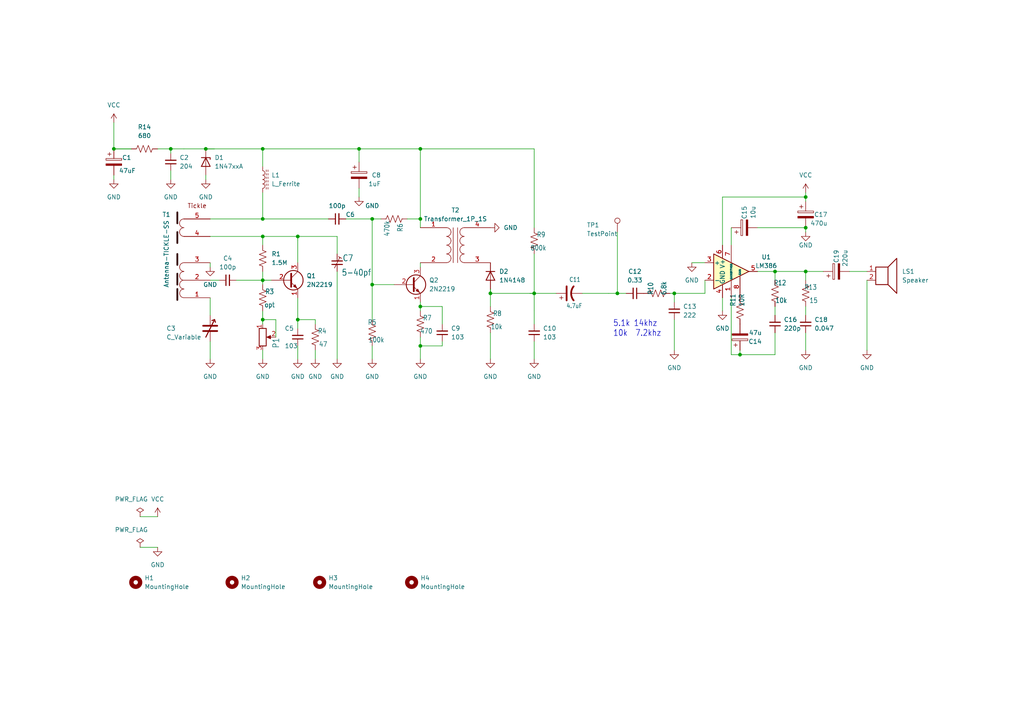
<source format=kicad_sch>
(kicad_sch (version 20230121) (generator eeschema)
  (paper "A4")
  (lib_symbols
    (symbol "Amplifier_Audio:LM386" (pin_names (offset 0.127))
      (property "Reference" "U" (at 1.27 7.62 0))
      (property "Value" "LM386" (at 1.27 5.08 0))
      (symbol "LM386_0_1"
        (polyline (pts (xy 5.08 0) (xy -5.08 5.08) (xy -5.08 -5.08) (xy 5.08 0)) (stroke (width 0.254)) (fill (type background)))
      )
      (symbol "LM386_1_1"
        (pin input line (at 0 -7.62 90) (length 5.08) (name "GAIN") (number "1"))
        (pin input line (at -7.62 -2.54 0) (length 2.54) (name "-") (number "2"))
        (pin input line (at -7.62 2.54 0) (length 2.54) (name "+") (number "3"))
        (pin power_in line (at -2.54 -7.62 90) (length 3.81) (name "GND") (number "4"))
        (pin output line (at 7.62 0 180) (length 2.54) (name "~") (number "5"))
        (pin power_in line (at -2.54 7.62 270) (length 3.81) (name "V+") (number "6"))
        (pin input line (at 0 7.62 270) (length 5.08) (name "BYPASS") (number "7"))
        (pin input line (at 2.54 -7.62 90) (length 6.35) (name "GAIN") (number "8"))
      )
    )
    (symbol "Connector:TestPoint" (pin_numbers hide) (pin_names (offset 0.762) hide)
      (property "Reference" "TP" (at 0 6.858 0))
      (property "Value" "TestPoint" (at 0 5.08 0))
      (symbol "TestPoint_0_1"
        (circle (center 0 3.302) (radius 0.762))
      )
      (symbol "TestPoint_1_1"
        (pin passive line (at 0 0 90) (length 2.54) (name "1") (number "1"))
      )
    )
    (symbol "Device:C_Polarized" (pin_numbers hide) (pin_names (offset 0.254))
      (property "Reference" "C" (at 0.635 2.54 0))
      (property "Value" "C_Polarized" (at 0.635 -2.54 0))
      (symbol "C_Polarized_0_1"
        (rectangle (start -2.286 0.508) (end 2.286 1.016))
        (polyline (pts (xy -1.778 2.286) (xy -0.762 2.286)))
        (polyline (pts (xy -1.27 2.794) (xy -1.27 1.778)))
        (rectangle (start 2.286 -0.508) (end -2.286 -1.016) (fill (type outline)))
      )
      (symbol "C_Polarized_1_1"
        (pin passive line (at 0 3.81 270) (length 2.794) (name "~") (number "1"))
        (pin passive line (at 0 -3.81 90) (length 2.794) (name "~") (number "2"))
      )
    )
    (symbol "Device:C_Polarized_US" (pin_numbers hide) (pin_names (offset 0.254) hide)
      (property "Reference" "C" (at 0.635 2.54 0))
      (property "Value" "C_Polarized_US" (at 0.635 -2.54 0))
      (symbol "C_Polarized_US_0_1"
        (polyline (pts (xy -2.032 0.762) (xy 2.032 0.762)) (stroke (width 0.508)))
        (polyline (pts (xy -1.778 2.286) (xy -0.762 2.286)))
        (polyline (pts (xy -1.27 1.778) (xy -1.27 2.794)))
        (arc (start 2.032 -1.27) (mid 0 -0.5572) (end -2.032 -1.27) (stroke (width 0.508)))
      )
      (symbol "C_Polarized_US_1_1"
        (pin passive line (at 0 3.81 270) (length 2.794) (name "~") (number "1"))
        (pin passive line (at 0 -3.81 90) (length 3.302) (name "~") (number "2"))
      )
    )
    (symbol "Device:C_Small" (pin_numbers hide) (pin_names (offset 0.254) hide)
      (property "Reference" "C" (at 0.254 1.778 0))
      (property "Value" "C_Small" (at 0.254 -2.032 0))
      (symbol "C_Small_0_1"
        (polyline (pts (xy -1.524 -0.508) (xy 1.524 -0.508)) (stroke (width 0.3302)))
        (polyline (pts (xy -1.524 0.508) (xy 1.524 0.508)) (stroke (width 0.3048)))
      )
      (symbol "C_Small_1_1"
        (pin passive line (at 0 2.54 270) (length 2.032) (name "~") (number "1"))
        (pin passive line (at 0 -2.54 90) (length 2.032) (name "~") (number "2"))
      )
    )
    (symbol "Device:C_Trim_Small" (pin_numbers hide) (pin_names (offset 0.254) hide)
      (property "Reference" "C" (at 1.524 -2.032 0))
      (property "Value" "C_Trim_Small" (at 3.048 -3.556 0))
      (symbol "C_Trim_Small_0_1"
        (polyline (pts (xy -1.524 -0.508) (xy 1.524 -0.508)) (stroke (width 0.3048)))
        (polyline (pts (xy -1.524 0.508) (xy 1.524 0.508)) (stroke (width 0.3048)))
        (polyline (pts (xy 0.762 1.524) (xy -0.762 -1.524)) (stroke (width 0.1778)))
        (polyline (pts (xy 1.27 1.27) (xy 0.381 1.778)) (stroke (width 0.1778)))
      )
      (symbol "C_Trim_Small_1_1"
        (pin passive line (at 0 2.54 270) (length 2.032) (name "~") (number "1"))
        (pin passive line (at 0 -2.54 90) (length 2.032) (name "~") (number "2"))
      )
    )
    (symbol "Device:C_Variable" (pin_numbers hide) (pin_names (offset 0.254) hide)
      (property "Reference" "C" (at 0.635 -1.905 0))
      (property "Value" "C_Variable" (at 0.635 -3.81 0))
      (symbol "C_Variable_0_1"
        (polyline (pts (xy -2.032 -0.762) (xy 2.032 -0.762)) (stroke (width 0.508)))
        (polyline (pts (xy -2.032 0.762) (xy 2.032 0.762)) (stroke (width 0.508)))
        (polyline (pts (xy 1.27 2.54) (xy -1.27 -2.54)) (stroke (width 0.3048)))
        (polyline (pts (xy 1.27 2.54) (xy 0.508 2.286)) (stroke (width 0.3048)))
        (polyline (pts (xy 1.27 2.54) (xy 1.524 1.778)) (stroke (width 0.3048)))
      )
      (symbol "C_Variable_1_1"
        (pin passive line (at 0 3.81 270) (length 3.048) (name "~") (number "1"))
        (pin passive line (at 0 -3.81 90) (length 3.048) (name "~") (number "2"))
      )
    )
    (symbol "Device:L_Ferrite" (pin_numbers hide) (pin_names (offset 1.016) hide)
      (property "Reference" "L" (at -1.27 0 90))
      (property "Value" "L_Ferrite" (at 2.794 0 90))
      (symbol "L_Ferrite_0_1"
        (arc (start 0 -2.54) (mid 0.6323 -1.905) (end 0 -1.27))
        (arc (start 0 -1.27) (mid 0.6323 -0.635) (end 0 0))
        (polyline (pts (xy 1.016 -2.794) (xy 1.016 -2.286)))
        (polyline (pts (xy 1.016 -1.778) (xy 1.016 -1.27)))
        (polyline (pts (xy 1.016 -0.762) (xy 1.016 -0.254)))
        (polyline (pts (xy 1.016 0.254) (xy 1.016 0.762)))
        (polyline (pts (xy 1.016 1.27) (xy 1.016 1.778)))
        (polyline (pts (xy 1.016 2.286) (xy 1.016 2.794)))
        (polyline (pts (xy 1.524 -2.286) (xy 1.524 -2.794)))
        (polyline (pts (xy 1.524 -1.27) (xy 1.524 -1.778)))
        (polyline (pts (xy 1.524 -0.254) (xy 1.524 -0.762)))
        (polyline (pts (xy 1.524 0.762) (xy 1.524 0.254)))
        (polyline (pts (xy 1.524 1.778) (xy 1.524 1.27)))
        (polyline (pts (xy 1.524 2.794) (xy 1.524 2.286)))
        (arc (start 0 0) (mid 0.6323 0.635) (end 0 1.27))
        (arc (start 0 1.27) (mid 0.6323 1.905) (end 0 2.54))
      )
      (symbol "L_Ferrite_1_1"
        (pin passive line (at 0 3.81 270) (length 1.27) (name "1") (number "1"))
        (pin passive line (at 0 -3.81 90) (length 1.27) (name "2") (number "2"))
      )
    )
    (symbol "Device:R_Potentiometer" (pin_names (offset 1.016) hide)
      (property "Reference" "RV" (at -4.445 0 90))
      (property "Value" "R_Potentiometer" (at -2.54 0 90))
      (symbol "R_Potentiometer_0_1"
        (polyline (pts (xy 2.54 0) (xy 1.524 0)))
        (polyline (pts (xy 1.143 0) (xy 2.286 0.508) (xy 2.286 -0.508) (xy 1.143 0)) (fill (type outline)))
        (rectangle (start 1.016 2.54) (end -1.016 -2.54) (stroke (width 0.254)))
      )
      (symbol "R_Potentiometer_1_1"
        (pin passive line (at 0 3.81 270) (length 1.27) (name "1") (number "1"))
        (pin passive line (at 3.81 0 180) (length 1.27) (name "2") (number "2"))
        (pin passive line (at 0 -3.81 90) (length 1.27) (name "3") (number "3"))
      )
    )
    (symbol "Device:R_US" (pin_numbers hide) (pin_names (offset 0))
      (property "Reference" "R" (at 2.54 0 90))
      (property "Value" "R_US" (at -2.54 0 90))
      (symbol "R_US_0_1"
        (polyline (pts (xy 0 -2.286) (xy 0 -2.54)))
        (polyline (pts (xy 0 2.286) (xy 0 2.54)))
        (polyline (pts (xy 0 -0.762) (xy 1.016 -1.143) (xy 0 -1.524) (xy -1.016 -1.905) (xy 0 -2.286)))
        (polyline (pts (xy 0 0.762) (xy 1.016 0.381) (xy 0 0) (xy -1.016 -0.381) (xy 0 -0.762)))
        (polyline (pts (xy 0 2.286) (xy 1.016 1.905) (xy 0 1.524) (xy -1.016 1.143) (xy 0 0.762)))
      )
      (symbol "R_US_1_1"
        (pin passive line (at 0 3.81 270) (length 1.27) (name "~") (number "1"))
        (pin passive line (at 0 -3.81 90) (length 1.27) (name "~") (number "2"))
      )
    )
    (symbol "Device:Speaker" (pin_names (offset 0) hide)
      (property "Reference" "LS" (at 1.27 5.715 0))
      (property "Value" "Speaker" (at 1.27 3.81 0))
      (symbol "Speaker_0_0"
        (rectangle (start -2.54 1.27) (end 1.016 -3.81) (stroke (width 0.254)))
        (polyline (pts (xy 1.016 1.27) (xy 3.556 3.81) (xy 3.556 -6.35) (xy 1.016 -3.81)) (stroke (width 0.254)))
      )
      (symbol "Speaker_1_1"
        (pin input line (at -5.08 0 0) (length 2.54) (name "1") (number "1"))
        (pin input line (at -5.08 -2.54 0) (length 2.54) (name "2") (number "2"))
      )
    )
    (symbol "Device:Transformer_1P_1S" (pin_names (offset 1.016) hide)
      (property "Reference" "T" (at 0 6.35 0))
      (property "Value" "Transformer_1P_1S" (at 0 -7.62 0))
      (symbol "Transformer_1P_1S_0_1"
        (arc (start -2.54 -5.0546) (mid -1.6599 -4.6901) (end -1.27 -3.81))
        (arc (start -2.54 -2.5146) (mid -1.6599 -2.1501) (end -1.27 -1.27))
        (arc (start -2.54 0.0254) (mid -1.6599 0.3899) (end -1.27 1.27))
        (arc (start -2.54 2.5654) (mid -1.6599 2.9299) (end -1.27 3.81))
        (arc (start -1.27 -3.81) (mid -1.642 -2.912) (end -2.54 -2.54))
        (arc (start -1.27 -1.27) (mid -1.642 -0.372) (end -2.54 0))
        (arc (start -1.27 1.27) (mid -1.642 2.168) (end -2.54 2.54))
        (arc (start -1.27 3.81) (mid -1.642 4.708) (end -2.54 5.08))
        (polyline (pts (xy -0.635 5.08) (xy -0.635 -5.08)))
        (polyline (pts (xy 0.635 -5.08) (xy 0.635 5.08)))
        (arc (start 1.2954 -1.27) (mid 1.6599 -2.1501) (end 2.54 -2.5146))
        (arc (start 1.2954 1.27) (mid 1.6599 0.3899) (end 2.54 0.0254))
        (arc (start 1.2954 3.81) (mid 1.6599 2.9299) (end 2.54 2.5654))
        (arc (start 1.3208 -3.81) (mid 1.6853 -4.6901) (end 2.5654 -5.0546))
        (arc (start 2.54 0) (mid 1.642 -0.372) (end 1.2954 -1.27))
        (arc (start 2.54 2.54) (mid 1.642 2.168) (end 1.2954 1.27))
        (arc (start 2.54 5.08) (mid 1.642 4.708) (end 1.2954 3.81))
        (arc (start 2.5654 -2.54) (mid 1.6674 -2.912) (end 1.3208 -3.81))
      )
      (symbol "Transformer_1P_1S_1_1"
        (pin passive line (at -10.16 5.08 0) (length 7.62) (name "AA") (number "1"))
        (pin passive line (at -10.16 -5.08 0) (length 7.62) (name "AB") (number "2"))
        (pin passive line (at 10.16 -5.08 180) (length 7.62) (name "SA") (number "3"))
        (pin passive line (at 10.16 5.08 180) (length 7.62) (name "SB") (number "4"))
      )
    )
    (symbol "Diode:1N4148" (pin_numbers hide) (pin_names hide)
      (property "Reference" "D" (at 0 2.54 0))
      (property "Value" "1N4148" (at 0 -2.54 0))
      (symbol "1N4148_0_1"
        (polyline (pts (xy -1.27 1.27) (xy -1.27 -1.27)) (stroke (width 0.254)))
        (polyline (pts (xy 1.27 0) (xy -1.27 0)))
        (polyline (pts (xy 1.27 1.27) (xy 1.27 -1.27) (xy -1.27 0) (xy 1.27 1.27)) (stroke (width 0.254)))
      )
      (symbol "1N4148_1_1"
        (pin passive line (at -3.81 0 0) (length 2.54) (name "K") (number "1"))
        (pin passive line (at 3.81 0 180) (length 2.54) (name "A") (number "2"))
      )
    )
    (symbol "Diode:1N47xxA" (pin_numbers hide) (pin_names hide)
      (property "Reference" "D" (at 0 2.54 0))
      (property "Value" "1N47xxA" (at 0 -2.54 0))
      (symbol "1N47xxA_0_1"
        (polyline (pts (xy 1.27 0) (xy -1.27 0)))
        (polyline (pts (xy -1.27 -1.27) (xy -1.27 1.27) (xy -0.762 1.27)) (stroke (width 0.254)))
        (polyline (pts (xy 1.27 -1.27) (xy 1.27 1.27) (xy -1.27 0) (xy 1.27 -1.27)) (stroke (width 0.254)))
      )
      (symbol "1N47xxA_1_1"
        (pin passive line (at -3.81 0 0) (length 2.54) (name "K") (number "1"))
        (pin passive line (at 3.81 0 180) (length 2.54) (name "A") (number "2"))
      )
    )
    (symbol "Mechanical:MountingHole" (pin_names (offset 1.016))
      (property "Reference" "H" (at 0 5.08 0))
      (property "Value" "MountingHole" (at 0 3.175 0))
      (symbol "MountingHole_0_1"
        (circle (center 0 0) (radius 1.27) (stroke (width 1.27)))
      )
    )
    (symbol "Transistor_BJT:2N2219" (pin_names (offset 0) hide)
      (property "Reference" "Q" (at 5.08 1.905 0))
      (property "Value" "2N2219" (at 5.08 0 0))
      (symbol "2N2219_0_1"
        (polyline (pts (xy 0.635 0.635) (xy 2.54 2.54)))
        (polyline (pts (xy 0.635 -0.635) (xy 2.54 -2.54) (xy 2.54 -2.54)))
        (polyline (pts (xy 0.635 1.905) (xy 0.635 -1.905) (xy 0.635 -1.905)) (stroke (width 0.508)))
        (polyline (pts (xy 1.27 -1.778) (xy 1.778 -1.27) (xy 2.286 -2.286) (xy 1.27 -1.778) (xy 1.27 -1.778)) (fill (type outline)))
        (circle (center 1.27 0) (radius 2.8194) (stroke (width 0.254)))
      )
      (symbol "2N2219_1_1"
        (pin passive line (at 2.54 -5.08 90) (length 2.54) (name "E") (number "1"))
        (pin passive line (at -5.08 0 0) (length 5.715) (name "B") (number "2"))
        (pin passive line (at 2.54 5.08 270) (length 2.54) (name "C") (number "3"))
      )
    )
    (symbol "power:GND" (power) (pin_names (offset 0))
      (property "Value" "GND" (at 0 -3.81 0))
      (symbol "GND_0_1"
        (polyline (pts (xy 0 0) (xy 0 -1.27) (xy 1.27 -1.27) (xy 0 -2.54) (xy -1.27 -1.27) (xy 0 -1.27)))
      )
      (symbol "GND_1_1"
        (pin power_in line (at 0 0 270) (length 0) hide (name "GND") (number "1"))
      )
    )
    (symbol "power:PWR_FLAG" (power) (pin_numbers hide) (pin_names (offset 0) hide)
      (property "Value" "PWR_FLAG" (at 0 3.81 0))
      (symbol "PWR_FLAG_0_0"
        (pin power_out line (at 0 0 90) (length 0) (name "pwr") (number "1"))
      )
      (symbol "PWR_FLAG_0_1"
        (polyline (pts (xy 0 0) (xy 0 1.27) (xy -1.016 1.905) (xy 0 2.54) (xy 1.016 1.905) (xy 0 1.27)))
      )
    )
    (symbol "power:VCC" (power) (pin_names (offset 0))
      (property "Value" "VCC" (at 0 3.81 0))
      (symbol "VCC_0_1"
        (polyline (pts (xy -0.762 1.27) (xy 0 2.54)))
        (polyline (pts (xy 0 0) (xy 0 2.54)))
        (polyline (pts (xy 0 2.54) (xy 0.762 1.27)))
      )
      (symbol "VCC_1_1"
        (pin power_in line (at 0 0 90) (length 0) hide (name "VCC") (number "1"))
      )
    )
    (symbol "radio:MW_Antenna" (pin_names hide)
      (property "Reference" "ANT" (at 7.62 5.08 0))
      (symbol "MW_Antenna_0_1"
        (arc (start 2.54 -5.08) (mid 2.9222 -5.9678) (end 3.81 -6.35))
        (arc (start 2.54 -2.54) (mid 2.9127 -3.4373) (end 3.81 -3.81))
        (arc (start 2.5654 -20.32) (mid 2.925 -21.2124) (end 3.81 -21.59))
        (arc (start 2.5654 -17.78) (mid 2.9249 -18.6726) (end 3.81 -19.05))
        (arc (start 2.5654 -15.24) (mid 2.9299 -16.1201) (end 3.81 -16.4846))
        (arc (start 2.5908 -22.86) (mid 2.9378 -23.7471) (end 3.81 -24.13))
        (arc (start 3.81 -21.59) (mid 2.9313 -21.9666) (end 2.5908 -22.86))
        (arc (start 3.81 -19.05) (mid 2.9158 -19.4185) (end 2.5654 -20.32))
        (arc (start 3.81 -16.51) (mid 2.9158 -16.8785) (end 2.5654 -17.78))
        (arc (start 3.81 -13.97) (mid 2.9158 -14.3385) (end 2.5654 -15.24))
        (arc (start 3.81 -3.81) (mid 2.912 -4.182) (end 2.54 -5.08))
        (arc (start 3.81 -1.27) (mid 2.9045 -1.6345) (end 2.54 -2.54))
      )
      (symbol "MW_Antenna_1_1"
        (polyline (pts (xy 1.905 -24.765) (xy 1.905 -21.59)) (stroke (width 0.508) (color 36 0 0 1)))
        (polyline (pts (xy 1.905 -20.32) (xy 1.905 -17.145)) (stroke (width 0.508) (color 36 0 0 1)))
        (polyline (pts (xy 1.905 -14.605) (xy 1.905 -11.43)) (stroke (width 0.508) (color 36 0 0 1)))
        (polyline (pts (xy 1.905 -8.255) (xy 1.905 -5.08)) (stroke (width 0.508) (color 36 0 0 1)))
        (polyline (pts (xy 1.905 -2.54) (xy 1.905 0.635)) (stroke (width 0.508) (color 36 0 0 1)))
        (text "Tickle" (at 7.62 2.54 0) (effects (font (size 1.27 1.27))))
        (pin passive line (at 11.43 -24.13 180) (length 7.62) (name "SA") (number "1"))
        (pin passive line (at 11.43 -19.05 180) (length 7.62) (name "SC") (number "2"))
        (pin passive line (at 11.43 -13.97 180) (length 7.62) (name "SB") (number "3"))
        (pin passive line (at 11.43 -6.35 180) (length 7.62) (name "Tick2") (number "4"))
        (pin passive line (at 11.43 -1.27 180) (length 7.62) (name "Tick1") (number "5"))
      )
    )
  )
  (junction (at 154.94 85.09))
  (junction (at 233.68 66.04))
  (junction (at 33.02 43.18))
  (junction (at 107.95 63.5))
  (junction (at 233.68 78.74))
  (junction (at 179.07 85.09))
  (junction (at 76.2 81.28))
  (junction (at 86.36 92.71))
  (junction (at 121.92 63.5))
  (junction (at 195.58 85.09))
  (junction (at 121.92 100.33))
  (junction (at 107.95 82.55))
  (junction (at 76.2 92.71))
  (junction (at 86.36 68.58))
  (junction (at 142.24 85.09))
  (junction (at 49.53 43.18))
  (junction (at 59.69 43.18))
  (junction (at 224.79 78.74))
  (junction (at 76.2 43.18))
  (junction (at 76.2 68.58))
  (junction (at 121.92 88.9))
  (junction (at 104.14 43.18))
  (junction (at 121.92 43.18))
  (junction (at 214.63 102.87))
  (junction (at 76.2 63.5))
  (junction (at 233.68 57.15))
  (wire (pts (xy 154.94 85.09) (xy 153.67 85.09)))
  (wire (pts (xy 76.2 81.28) (xy 76.2 82.55)))
  (wire (pts (xy 80.01 92.71) (xy 80.01 97.79)) (stroke (width 0.1524)))
  (wire (pts (xy 154.94 90.17) (xy 154.94 85.09)) (stroke (width 0.1524)))
  (wire (pts (xy 121.92 97.79) (xy 121.92 100.33)) (stroke (width 0.1524)))
  (wire (pts (xy 128.27 93.98) (xy 128.27 88.9)) (stroke (width 0.1524)))
  (wire (pts (xy 76.2 68.58) (xy 86.36 68.58)) (stroke (width 0.1524)))
  (wire (pts (xy 154.94 93.98) (xy 154.94 90.17)))
  (wire (pts (xy 91.44 93.98) (xy 91.44 92.71)))
  (wire (pts (xy 76.2 90.17) (xy 76.2 92.71)))
  (wire (pts (xy 233.68 66.04) (xy 233.68 67.31)))
  (wire (pts (xy 45.72 43.18) (xy 49.53 43.18)))
  (wire (pts (xy 86.36 100.33) (xy 86.36 104.14)))
  (wire (pts (xy 76.2 63.5) (xy 95.25 63.5)) (stroke (width 0.1524)))
  (wire (pts (xy 214.63 101.6) (xy 214.63 102.87)))
  (wire (pts (xy 107.95 100.33) (xy 107.95 104.14)))
  (wire (pts (xy 195.58 92.71) (xy 195.58 101.6)))
  (wire (pts (xy 45.72 158.75) (xy 40.64 158.75)) (stroke (width 0.1524)))
  (wire (pts (xy 204.47 81.28) (xy 204.47 85.09)))
  (wire (pts (xy 80.01 92.71) (xy 76.2 92.71)) (stroke (width 0.1524)))
  (wire (pts (xy 194.31 85.09) (xy 195.58 85.09)))
  (wire (pts (xy 60.96 81.28) (xy 63.5 81.28)))
  (wire (pts (xy 121.92 76.2) (xy 121.92 77.47)) (stroke (width 0.1524)))
  (wire (pts (xy 209.55 86.36) (xy 209.55 90.17)))
  (wire (pts (xy 176.53 85.09) (xy 179.07 85.09)) (stroke (width 0.1524)))
  (wire (pts (xy 251.46 78.74) (xy 246.38 78.74)))
  (wire (pts (xy 251.46 101.6) (xy 251.46 81.28)))
  (wire (pts (xy 224.79 96.52) (xy 224.79 102.87)))
  (wire (pts (xy 60.96 91.44) (xy 60.96 86.36)))
  (wire (pts (xy 76.2 55.88) (xy 76.2 63.5)))
  (wire (pts (xy 76.2 92.71) (xy 76.2 93.98)))
  (wire (pts (xy 142.24 88.9) (xy 142.24 85.09)))
  (wire (pts (xy 97.79 68.58) (xy 97.79 73.66)) (stroke (width 0.1524)))
  (wire (pts (xy 104.14 43.18) (xy 104.14 46.99)) (stroke (width 0.1524)))
  (wire (pts (xy 86.36 68.58) (xy 86.36 76.2)))
  (wire (pts (xy 121.92 63.5) (xy 121.92 66.04)) (stroke (width 0.1524)))
  (wire (pts (xy 59.69 43.18) (xy 62.23 43.18)))
  (wire (pts (xy 142.24 96.52) (xy 142.24 104.14)))
  (wire (pts (xy 60.96 99.06) (xy 60.96 104.14)))
  (wire (pts (xy 114.3 82.55) (xy 107.95 82.55)) (stroke (width 0.1524)))
  (wire (pts (xy 219.71 66.04) (xy 233.68 66.04)))
  (wire (pts (xy 142.24 85.09) (xy 142.24 83.82)) (stroke (width 0.1524)))
  (wire (pts (xy 212.09 102.87) (xy 214.63 102.87)))
  (wire (pts (xy 76.2 48.26) (xy 76.2 43.18)) (stroke (width 0.1524)))
  (wire (pts (xy 154.94 85.09) (xy 161.29 85.09)) (stroke (width 0.1524)))
  (wire (pts (xy 121.92 43.18) (xy 121.92 63.5)) (stroke (width 0.1524)))
  (wire (pts (xy 76.2 101.6) (xy 76.2 104.14)))
  (wire (pts (xy 168.91 85.09) (xy 176.53 85.09)))
  (wire (pts (xy 53.34 43.18) (xy 59.69 43.18)) (stroke (width 0.1524)))
  (wire (pts (xy 33.02 35.56) (xy 33.02 43.18)))
  (wire (pts (xy 86.36 68.58) (xy 97.79 68.58)) (stroke (width 0.1524)))
  (wire (pts (xy 118.11 63.5) (xy 121.92 63.5)) (stroke (width 0.1524)))
  (wire (pts (xy 200.66 76.2) (xy 204.47 76.2)))
  (wire (pts (xy 179.07 67.31) (xy 179.07 85.09)) (stroke (width 0.1524)))
  (wire (pts (xy 33.02 43.18) (xy 38.1 43.18)))
  (wire (pts (xy 224.79 78.74) (xy 233.68 78.74)))
  (wire (pts (xy 49.53 43.18) (xy 53.34 43.18)))
  (wire (pts (xy 76.2 92.71) (xy 76.2 90.17)) (stroke (width 0.1524)))
  (wire (pts (xy 154.94 73.66) (xy 154.94 85.09)) (stroke (width 0.1524)))
  (wire (pts (xy 33.02 50.8) (xy 33.02 52.07)))
  (wire (pts (xy 40.64 149.86) (xy 45.72 149.86)))
  (wire (pts (xy 49.53 49.53) (xy 49.53 52.07)) (stroke (width 0.1524)))
  (wire (pts (xy 212.09 86.36) (xy 212.09 102.87)))
  (wire (pts (xy 233.68 101.6) (xy 233.68 96.52)))
  (wire (pts (xy 76.2 81.28) (xy 78.74 81.28)))
  (wire (pts (xy 86.36 95.25) (xy 86.36 92.71)) (stroke (width 0.1524)))
  (wire (pts (xy 76.2 81.28) (xy 78.74 81.28)) (stroke (width 0.1524)))
  (wire (pts (xy 60.96 63.5) (xy 76.2 63.5)) (stroke (width 0.1524)))
  (wire (pts (xy 121.92 104.14) (xy 121.92 100.33)) (stroke (width 0.1524)))
  (wire (pts (xy 212.09 66.04) (xy 212.09 71.12)))
  (wire (pts (xy 91.44 101.6) (xy 91.44 104.14)))
  (wire (pts (xy 60.96 76.2) (xy 60.96 77.47)))
  (wire (pts (xy 86.36 92.71) (xy 91.44 92.71)) (stroke (width 0.1524)))
  (wire (pts (xy 154.94 43.18) (xy 154.94 66.04)) (stroke (width 0.1524)))
  (wire (pts (xy 195.58 85.09) (xy 195.58 87.63)))
  (wire (pts (xy 233.68 55.88) (xy 233.68 57.15)))
  (wire (pts (xy 214.63 102.87) (xy 224.79 102.87)))
  (wire (pts (xy 121.92 88.9) (xy 128.27 88.9)) (stroke (width 0.1524)))
  (wire (pts (xy 142.24 85.09) (xy 154.94 85.09)) (stroke (width 0.1524)))
  (wire (pts (xy 107.95 82.55) (xy 107.95 92.71)) (stroke (width 0.1524)))
  (wire (pts (xy 121.92 90.17) (xy 121.92 88.9)))
  (wire (pts (xy 233.68 91.44) (xy 233.68 88.9)))
  (wire (pts (xy 76.2 68.58) (xy 76.2 71.12)) (stroke (width 0.1524)))
  (wire (pts (xy 209.55 57.15) (xy 209.55 71.12)))
  (wire (pts (xy 128.27 99.06) (xy 128.27 100.33)))
  (wire (pts (xy 233.68 57.15) (xy 233.68 58.42)))
  (wire (pts (xy 86.36 68.58) (xy 86.36 69.85)) (stroke (width 0.1524)))
  (wire (pts (xy 128.27 100.33) (xy 121.92 100.33)) (stroke (width 0.1524)))
  (wire (pts (xy 59.69 43.18) (xy 76.2 43.18)) (stroke (width 0.1524)))
  (wire (pts (xy 142.24 85.09) (xy 142.24 83.82)))
  (wire (pts (xy 60.96 68.58) (xy 76.2 68.58)) (stroke (width 0.1524)))
  (wire (pts (xy 97.79 78.74) (xy 97.79 104.14)))
  (wire (pts (xy 107.95 63.5) (xy 107.95 82.55)) (stroke (width 0.1524)))
  (wire (pts (xy 154.94 104.14) (xy 154.94 99.06)) (stroke (width 0.1524)))
  (wire (pts (xy 100.33 63.5) (xy 107.95 63.5)))
  (wire (pts (xy 68.58 81.28) (xy 76.2 81.28)))
  (wire (pts (xy 49.53 43.18) (xy 49.53 44.45)))
  (wire (pts (xy 219.71 78.74) (xy 224.79 78.74)))
  (wire (pts (xy 104.14 43.18) (xy 121.92 43.18)) (stroke (width 0.1524)))
  (wire (pts (xy 33.02 43.18) (xy 38.1 43.18)) (stroke (width 0.1524)))
  (wire (pts (xy 76.2 78.74) (xy 76.2 81.28)) (stroke (width 0.1524)))
  (wire (pts (xy 104.14 54.61) (xy 104.14 57.15)) (stroke (width 0.1524)))
  (wire (pts (xy 233.68 78.74) (xy 238.76 78.74)))
  (wire (pts (xy 59.69 50.8) (xy 59.69 52.07)))
  (wire (pts (xy 76.2 92.71) (xy 76.2 93.98)) (stroke (width 0.1524)))
  (wire (pts (xy 121.92 87.63) (xy 121.92 88.9)))
  (wire (pts (xy 86.36 86.36) (xy 86.36 92.71)) (stroke (width 0.1524)))
  (wire (pts (xy 76.2 43.18) (xy 104.14 43.18)) (stroke (width 0.1524)))
  (wire (pts (xy 224.79 91.44) (xy 224.79 88.9)))
  (wire (pts (xy 121.92 43.18) (xy 154.94 43.18)) (stroke (width 0.1524)))
  (wire (pts (xy 224.79 81.28) (xy 224.79 78.74)))
  (wire (pts (xy 233.68 81.28) (xy 233.68 78.74)))
  (wire (pts (xy 209.55 57.15) (xy 233.68 57.15)))
  (wire (pts (xy 179.07 85.09) (xy 181.61 85.09)))
  (wire (pts (xy 107.95 63.5) (xy 110.49 63.5)) (stroke (width 0.1524)))
  (wire (pts (xy 195.58 85.09) (xy 204.47 85.09)))
  (text "5.1k 14khz\n10k  7.2khz" (at 177.8 97.79 0) (effects (font (size 1.778 1.5113)) (justify left bottom)))
  (symbol (lib_id "radio:MW_Antenna") (at 49.53 62.23 0) (unit 1)
    (property "Reference" "T1" (at 48.26 62.23 0))
    (property "Value" "Antenna-TICKLE-SS" (at 48.26 73.66 90))
    (property "Footprint" "Connector_Wire:SolderWire-0.1sqmm_1x05_P3.6mm_D0.4mm_OD1mm_Relief" (effects hide))
  )
  (symbol (lib_id "Device:C_Polarized") (at 104.14 50.8 0) (unit 1)
    (property "Reference" "C8" (at 110.49 50.8 0) (effects (justify right)))
    (property "Value" "1uF" (at 110.49 53.34 0) (effects (justify right)))
    (property "Footprint" "Capacitor_THT:CP_Radial_D8.0mm_P5.00mm" (effects hide))
  )
  (symbol (lib_id "Device:R_US") (at 154.94 69.85 0) (unit 1)
    (property "Reference" "R9" (at 158.242 67.2846 0) (effects (font (size 1.4224 1.209)) (justify right top)))
    (property "Value" "800k" (at 158.496 71.12 0) (effects (font (size 1.4224 1.209)) (justify right top)))
    (property "Footprint" "Resistor_THT:R_Axial_DIN0411_L9.9mm_D3.6mm_P12.70mm_Horizontal" (effects hide))
  )
  (symbol (lib_id "Device:R_US") (at 107.95 96.52 0) (unit 1)
    (property "Reference" "R5" (at 109.22 92.71 0) (effects (font (size 1.4224 1.209)) (justify right top)))
    (property "Value" "100k" (at 111.506 97.79 0) (effects (font (size 1.4224 1.209)) (justify right top)))
    (property "Footprint" "Resistor_THT:R_Axial_DIN0411_L9.9mm_D3.6mm_P12.70mm_Horizontal" (effects hide))
  )
  (symbol (lib_id "Device:C_Small") (at 184.15 85.09 270) (unit 1)
    (property "Reference" "C12" (at 184.1436 78.74 90))
    (property "Value" "0.33" (at 184.1436 81.28 90))
    (property "Footprint" "rbg.lab:C_Disc_D10.0mm_W2.5mm_P5.00mm_P1206" (effects hide))
  )
  (symbol (lib_id "Mechanical:MountingHole") (at 39.37 168.91 0) (unit 1)
    (property "Reference" "H1" (at 41.91 167.64 0) (effects (justify left)))
    (property "Value" "MountingHole" (at 41.91 170.18 0) (effects (justify left)))
    (property "Footprint" "MountingHole:MountingHole_2.2mm_M2_Pad_Via" (effects hide))
  )
  (symbol (lib_id "power:GND") (at 154.94 104.14 0) (unit 1)
    (property "Reference" "#PWR014" (effects hide))
    (property "Value" "GND" (at 154.94 109.22 0))
  )
  (symbol (lib_id "power:GND") (at 233.68 67.31 0) (unit 1)
    (property "Reference" "#PWR019" (effects hide))
    (property "Value" "GND" (at 233.68 71.12 0))
  )
  (symbol (lib_id "Device:C_Small") (at 97.79 63.5 90) (unit 1)
    (property "Reference" "C6" (at 101.6 62.23 90))
    (property "Value" "100p" (at 97.7963 59.69 90))
    (property "Footprint" "rbg.lab:C_Disc_D10.0mm_W2.5mm_P5.00mm_P1206" (effects hide))
  )
  (symbol (lib_id "power:GND") (at 142.24 66.04 90) (unit 1)
    (property "Reference" "#PWR012" (effects hide))
    (property "Value" "GND" (at 146.05 66.04 90) (effects (justify right)))
  )
  (symbol (lib_id "Device:C_Small") (at 128.27 96.52 180) (unit 1)
    (property "Reference" "C9" (at 130.81 95.2436 0) (effects (justify right)))
    (property "Value" "103" (at 130.81 97.7836 0) (effects (justify right)))
    (property "Footprint" "rbg.lab:C_Disc_D10.0mm_W2.5mm_P5.00mm_P1206" (effects hide))
  )
  (symbol (lib_id "Device:R_US") (at 233.68 85.09 0) (unit 1)
    (property "Reference" "R13" (at 236.982 82.5246 0) (effects (font (size 1.4224 1.209)) (justify right top)))
    (property "Value" "15" (at 237.236 86.36 0) (effects (font (size 1.4224 1.209)) (justify right top)))
    (property "Footprint" "Resistor_THT:R_Axial_DIN0411_L9.9mm_D3.6mm_P12.70mm_Horizontal" (effects hide))
  )
  (symbol (lib_id "power:GND") (at 60.96 104.14 0) (unit 1)
    (property "Reference" "#PWR04" (effects hide))
    (property "Value" "GND" (at 60.96 109.22 0))
  )
  (symbol (lib_id "Device:C_Small") (at 86.36 97.79 180) (unit 1)
    (property "Reference" "C5" (at 82.55 95.25 0) (effects (justify right)))
    (property "Value" "103" (at 82.55 100.33 0) (effects (justify right)))
    (property "Footprint" "rbg.lab:C_Disc_D10.0mm_W2.5mm_P5.00mm_P1206" (effects hide))
  )
  (symbol (lib_id "Mechanical:MountingHole") (at 67.31 168.91 0) (unit 1)
    (property "Reference" "H2" (at 69.85 167.64 0) (effects (justify left)))
    (property "Value" "MountingHole" (at 69.85 170.18 0) (effects (justify left)))
    (property "Footprint" "MountingHole:MountingHole_2.2mm_M2_Pad_Via" (effects hide))
  )
  (symbol (lib_id "power:GND") (at 91.44 104.14 0) (unit 1)
    (property "Reference" "#PWR07" (effects hide))
    (property "Value" "GND" (at 91.44 109.22 0))
  )
  (symbol (lib_id "Device:R_US") (at 224.79 85.09 0) (unit 1)
    (property "Reference" "R12" (at 228.092 81.2546 0) (effects (font (size 1.4224 1.209)) (justify right top)))
    (property "Value" "10k" (at 228.346 86.36 0) (effects (font (size 1.4224 1.209)) (justify right top)))
    (property "Footprint" "Resistor_THT:R_Axial_DIN0411_L9.9mm_D3.6mm_P12.70mm_Horizontal" (effects hide))
  )
  (symbol (lib_id "Device:Speaker") (at 256.54 78.74 0) (unit 1)
    (property "Reference" "LS1" (at 261.62 78.74 0) (effects (justify left)))
    (property "Value" "Speaker" (at 261.62 81.28 0) (effects (justify left)))
    (property "Footprint" "Connector_Wire:SolderWire-0.5sqmm_1x02_P4.6mm_D0.9mm_OD2.1mm" (effects hide))
  )
  (symbol (lib_id "Device:R_US") (at 76.2 74.93 180) (unit 1)
    (property "Reference" "R1" (at 78.74 73.66 0) (effects (justify right)))
    (property "Value" "1.5M" (at 78.74 76.2 0) (effects (justify right)))
  )
  (symbol (lib_id "power:GND") (at 121.92 104.14 0) (unit 1)
    (property "Reference" "#PWR011" (effects hide))
    (property "Value" "GND" (at 121.92 109.22 0))
  )
  (symbol (lib_id "Device:R_US") (at 190.5 85.09 90) (unit 1)
    (property "Reference" "R10" (at 187.9346 81.788 0) (effects (font (size 1.4224 1.209)) (justify right top)))
    (property "Value" "6.8k" (at 191.77 81.534 0) (effects (font (size 1.4224 1.209)) (justify right top)))
    (property "Footprint" "Resistor_THT:R_Axial_DIN0411_L9.9mm_D3.6mm_P12.70mm_Horizontal" (effects hide))
  )
  (symbol (lib_id "Device:C_Polarized_US") (at 165.1 85.09 90) (unit 1)
    (property "Reference" "C11" (at 168.402 80.391 90) (effects (font (size 1.27 1.0795)) (justify left bottom)))
    (property "Value" "4.7uF" (at 168.91 88.011 90) (effects (font (size 1.27 1.0795)) (justify left bottom)))
    (property "Footprint" "Capacitor_THT:CP_Radial_D8.0mm_P5.00mm" (effects hide))
  )
  (symbol (lib_id "Device:R_US") (at 214.63 90.17 180) (unit 1)
    (property "Reference" "R11" (at 213.36 88.9 90) (effects (font (size 1.4224 1.209)) (justify right top)))
    (property "Value" "10R" (at 215.9 88.9 90) (effects (font (size 1.4224 1.209)) (justify right top)))
    (property "Footprint" "Resistor_THT:R_Axial_DIN0411_L9.9mm_D3.6mm_P12.70mm_Horizontal" (effects hide))
  )
  (symbol (lib_id "Device:L_Ferrite") (at 76.2 52.07 0) (unit 1)
    (property "Reference" "L1" (at 78.74 50.8 0) (effects (justify left)))
    (property "Value" "L_Ferrite" (at 78.74 53.34 0) (effects (justify left)))
    (property "Footprint" "rbg.lab:L_Toroid_Vertical_L13.0mm_W6.5mm_P5.60mm" (effects hide))
  )
  (symbol (lib_id "Device:C_Polarized") (at 214.63 97.79 0) (mirror x) (unit 1)
    (property "Reference" "C14" (at 220.98 99.06 0) (effects (justify right)))
    (property "Value" "47u" (at 220.98 96.52 0) (effects (justify right)))
    (property "Footprint" "Capacitor_THT:CP_Radial_D8.0mm_P5.00mm" (effects hide))
  )
  (symbol (lib_id "power:GND") (at 195.58 101.6 0) (unit 1)
    (property "Reference" "#PWR015" (effects hide))
    (property "Value" "GND" (at 195.58 106.68 0))
  )
  (symbol (lib_id "power:GND") (at 251.46 101.6 0) (unit 1)
    (property "Reference" "#PWR021" (effects hide))
    (property "Value" "GND" (at 251.46 106.68 0))
  )
  (symbol (lib_id "Device:R_US") (at 76.2 86.36 0) (unit 1)
    (property "Reference" "R3" (at 79.502 83.7946 0) (effects (font (size 1.4224 1.209)) (justify right top)))
    (property "Value" "opt" (at 79.756 87.63 0) (effects (font (size 1.4224 1.209)) (justify right top)))
    (property "Footprint" "Resistor_THT:R_Axial_DIN0411_L9.9mm_D3.6mm_P12.70mm_Horizontal" (effects hide))
  )
  (symbol (lib_id "Device:R_US") (at 121.92 93.98 0) (unit 1)
    (property "Reference" "R7" (at 125.222 91.4146 0) (effects (font (size 1.4224 1.209)) (justify right top)))
    (property "Value" "470" (at 125.476 95.25 0) (effects (font (size 1.4224 1.209)) (justify right top)))
    (property "Footprint" "Resistor_THT:R_Axial_DIN0411_L9.9mm_D3.6mm_P12.70mm_Horizontal" (effects hide))
  )
  (symbol (lib_id "Device:R_US") (at 142.24 92.71 0) (unit 1)
    (property "Reference" "R8" (at 145.542 90.1446 0) (effects (font (size 1.4224 1.209)) (justify right top)))
    (property "Value" "10k" (at 145.796 93.98 0) (effects (font (size 1.4224 1.209)) (justify right top)))
    (property "Footprint" "Resistor_THT:R_Axial_DIN0411_L9.9mm_D3.6mm_P12.70mm_Horizontal" (effects hide))
  )
  (symbol (lib_id "Device:C_Polarized") (at 242.57 78.74 90) (unit 1)
    (property "Reference" "C19" (at 242.57 72.39 0) (effects (justify right)))
    (property "Value" "220u" (at 245.11 72.39 0) (effects (justify right)))
    (property "Footprint" "Capacitor_THT:CP_Radial_D8.0mm_P5.00mm" (effects hide))
  )
  (symbol (lib_id "Device:C_Trim_Small") (at 97.79 76.2 0) (unit 1)
    (property "Reference" "C7" (at 99.314 75.819 0) (effects (font (size 1.778 1.5113)) (justify left bottom)))
    (property "Value" "5-40pf" (at 99.06 80.01 0) (effects (font (size 1.778 1.5113)) (justify left bottom)))
    (property "Footprint" "rbg.lab:Ceramic-C-Trimmer-PTH-D5-P5" (effects hide))
  )
  (symbol (lib_id "Device:R_US") (at 91.44 97.79 0) (unit 1)
    (property "Reference" "R4" (at 94.742 95.2246 0) (effects (font (size 1.4224 1.209)) (justify right top)))
    (property "Value" "47" (at 94.996 99.06 0) (effects (font (size 1.4224 1.209)) (justify right top)))
    (property "Footprint" "Resistor_THT:R_Axial_DIN0411_L9.9mm_D3.6mm_P12.70mm_Horizontal" (effects hide))
  )
  (symbol (lib_id "power:PWR_FLAG") (at 40.64 149.86 0) (unit 1)
    (property "Reference" "#FLG01" (effects hide))
    (property "Value" "PWR_FLAG" (at 38.1 144.78 0))
  )
  (symbol (lib_id "Device:C_Small") (at 224.79 93.98 180) (unit 1)
    (property "Reference" "C16" (at 227.33 92.7036 0) (effects (justify right)))
    (property "Value" "220p" (at 227.33 95.2436 0) (effects (justify right)))
    (property "Footprint" "rbg.lab:C_Disc_D10.0mm_W2.5mm_P5.00mm_P1206" (effects hide))
  )
  (symbol (lib_id "Device:C_Variable") (at 60.96 95.25 0) (unit 1)
    (property "Reference" "C3" (at 48.26 95.25 0) (effects (justify left)))
    (property "Value" "C_Variable" (at 48.26 97.79 0) (effects (justify left)))
    (property "Footprint" "Connector_Wire:SolderWire-0.75sqmm_1x02_P4.8mm_D1.25mm_OD2.3mm_Relief" (effects hide))
  )
  (symbol (lib_id "Diode:1N47xxA") (at 59.69 46.99 270) (unit 1)
    (property "Reference" "D1" (at 62.23 45.72 90) (effects (justify left)))
    (property "Value" "1N47xxA" (at 62.23 48.26 90) (effects (justify left)))
    (property "Footprint" "Diode_THT:D_DO-41_SOD81_P10.16mm_Horizontal" (effects hide))
    (property "Datasheet" "https://www.vishay.com/docs/85816/1n4728a.pdf" (effects hide))
  )
  (symbol (lib_id "power:VCC") (at 33.02 35.56 0) (unit 1)
    (property "Reference" "#PWR026" (effects hide))
    (property "Value" "VCC" (at 33.02 30.48 0))
  )
  (symbol (lib_id "power:GND") (at 60.96 77.47 0) (unit 1)
    (property "Reference" "#PWR025" (effects hide))
    (property "Value" "GND" (at 60.96 82.55 0))
  )
  (symbol (lib_id "power:GND") (at 107.95 104.14 0) (unit 1)
    (property "Reference" "#PWR010" (effects hide))
    (property "Value" "GND" (at 107.95 109.22 0))
  )
  (symbol (lib_id "Device:C_Polarized") (at 233.68 62.23 0) (unit 1)
    (property "Reference" "C17" (at 240.03 62.23 0) (effects (justify right)))
    (property "Value" "470u" (at 240.03 64.77 0) (effects (justify right)))
    (property "Footprint" "Capacitor_THT:CP_Radial_D8.0mm_P5.00mm" (effects hide))
  )
  (symbol (lib_id "power:GND") (at 76.2 104.14 0) (unit 1)
    (property "Reference" "#PWR05" (effects hide))
    (property "Value" "GND" (at 76.2 109.22 0))
  )
  (symbol (lib_id "Mechanical:MountingHole") (at 92.71 168.91 0) (unit 1)
    (property "Reference" "H3" (at 95.25 167.64 0) (effects (justify left)))
    (property "Value" "MountingHole" (at 95.25 170.18 0) (effects (justify left)))
    (property "Footprint" "MountingHole:MountingHole_2.2mm_M2_Pad_Via" (effects hide))
  )
  (symbol (lib_id "power:GND") (at 97.79 104.14 0) (unit 1)
    (property "Reference" "#PWR08" (effects hide))
    (property "Value" "GND" (at 97.79 109.22 0))
  )
  (symbol (lib_id "Diode:1N4148") (at 142.24 80.01 270) (unit 1)
    (property "Reference" "D2" (at 144.78 78.74 90) (effects (justify left)))
    (property "Value" "1N4148" (at 144.78 81.28 90) (effects (justify left)))
    (property "Footprint" "Diode_THT:D_DO-35_SOD27_P7.62mm_Horizontal" (effects hide))
    (property "Datasheet" "https://assets.nexperia.com/documents/data-sheet/1N4148_1N4448.pdf" (effects hide))
    (property "Sim.Device" "D" (effects hide))
    (property "Sim.Pins" "1=K 2=A" (effects hide))
  )
  (symbol (lib_id "Device:C_Small") (at 154.94 96.52 180) (unit 1)
    (property "Reference" "C10" (at 157.48 95.2436 0) (effects (justify right)))
    (property "Value" "103" (at 157.48 97.7836 0) (effects (justify right)))
    (property "Footprint" "rbg.lab:C_Disc_D10.0mm_W2.5mm_P5.00mm_P1206" (effects hide))
  )
  (symbol (lib_id "power:GND") (at 209.55 90.17 0) (unit 1)
    (property "Reference" "#PWR017" (effects hide))
    (property "Value" "GND" (at 209.55 95.25 0))
  )
  (symbol (lib_id "Device:C_Polarized") (at 215.9 66.04 90) (unit 1)
    (property "Reference" "C15" (at 215.9 59.69 0) (effects (justify right)))
    (property "Value" "10u" (at 218.44 59.69 0) (effects (justify right)))
    (property "Footprint" "Capacitor_THT:CP_Radial_D8.0mm_P5.00mm" (effects hide))
  )
  (symbol (lib_id "Amplifier_Audio:LM386") (at 212.09 78.74 0) (unit 1)
    (property "Reference" "U1" (at 222.25 74.5491 0))
    (property "Value" "LM386" (at 222.25 77.0891 0))
    (property "Footprint" "Package_DIP:DIP-8_W7.62mm_Socket_LongPads" (effects hide))
    (property "Datasheet" "http://www.ti.com/lit/ds/symlink/lm386.pdf" (effects hide))
  )
  (symbol (lib_id "Device:R_US") (at 41.91 43.18 90) (unit 1)
    (property "Reference" "R14" (at 41.91 36.83 90))
    (property "Value" "680" (at 41.91 39.37 90))
  )
  (symbol (lib_id "Transistor_BJT:2N2219") (at 119.38 82.55 0) (unit 1)
    (property "Reference" "Q2" (at 124.46 81.28 0) (effects (justify left)))
    (property "Value" "2N2219" (at 124.46 83.82 0) (effects (justify left)))
    (property "Footprint" "Package_TO_SOT_THT:TO-39-3" (effects hide))
    (property "Datasheet" "http://www.onsemi.com/pub_link/Collateral/2N2219-D.PDF" (effects hide))
  )
  (symbol (lib_id "Connector:TestPoint") (at 179.07 67.31 0) (unit 1)
    (property "Reference" "TP1" (at 170.18 65.278 0) (effects (justify left)))
    (property "Value" "TestPoint" (at 170.18 67.818 0) (effects (justify left)))
    (property "Footprint" "TestPoint:TestPoint_Loop_D2.50mm_Drill1.0mm" (effects hide))
  )
  (symbol (lib_id "Device:C_Small") (at 233.68 93.98 180) (unit 1)
    (property "Reference" "C18" (at 236.22 92.7036 0) (effects (justify right)))
    (property "Value" "0.047" (at 236.22 95.2436 0) (effects (justify right)))
    (property "Footprint" "rbg.lab:C_Disc_D10.0mm_W2.5mm_P5.00mm_P1206" (effects hide))
  )
  (symbol (lib_id "power:VCC") (at 45.72 149.86 0) (unit 1)
    (property "Reference" "#PWR023" (effects hide))
    (property "Value" "VCC" (at 45.72 144.78 0))
  )
  (symbol (lib_id "power:GND") (at 33.02 52.07 0) (unit 1)
    (property "Reference" "#PWR01" (effects hide))
    (property "Value" "GND" (at 33.02 57.15 0))
  )
  (symbol (lib_id "power:GND") (at 49.53 52.07 0) (unit 1)
    (property "Reference" "#PWR02" (effects hide))
    (property "Value" "GND" (at 49.53 57.15 0))
  )
  (symbol (lib_id "Mechanical:MountingHole") (at 119.38 168.91 0) (unit 1)
    (property "Reference" "H4" (at 121.92 167.64 0) (effects (justify left)))
    (property "Value" "MountingHole" (at 121.92 170.18 0) (effects (justify left)))
    (property "Footprint" "MountingHole:MountingHole_2.2mm_M2_Pad_Via" (effects hide))
  )
  (symbol (lib_id "power:GND") (at 104.14 57.15 0) (unit 1)
    (property "Reference" "#PWR09" (effects hide))
    (property "Value" "GND" (at 107.95 59.69 0))
  )
  (symbol (lib_id "power:GND") (at 86.36 104.14 0) (unit 1)
    (property "Reference" "#PWR06" (effects hide))
    (property "Value" "GND" (at 86.36 109.22 0))
  )
  (symbol (lib_id "Device:C_Small") (at 66.04 81.28 90) (unit 1)
    (property "Reference" "C4" (at 66.0463 74.93 90))
    (property "Value" "100p" (at 66.0463 77.47 90))
    (property "Footprint" "rbg.lab:C_Disc_D10.0mm_W2.5mm_P5.00mm_P1206" (effects hide))
  )
  (symbol (lib_id "power:GND") (at 233.68 101.6 0) (unit 1)
    (property "Reference" "#PWR020" (effects hide))
    (property "Value" "GND" (at 233.68 106.68 0))
  )
  (symbol (lib_id "power:VCC") (at 233.68 55.88 0) (unit 1)
    (property "Reference" "#PWR018" (effects hide))
    (property "Value" "VCC" (at 233.68 50.8 0))
  )
  (symbol (lib_id "power:GND") (at 142.24 104.14 0) (unit 1)
    (property "Reference" "#PWR013" (effects hide))
    (property "Value" "GND" (at 142.24 109.22 0))
  )
  (symbol (lib_id "power:GND") (at 200.66 76.2 0) (unit 1)
    (property "Reference" "#PWR016" (effects hide))
    (property "Value" "GND" (at 200.66 81.28 0))
  )
  (symbol (lib_id "power:PWR_FLAG") (at 40.64 158.75 0) (unit 1)
    (property "Reference" "#FLG02" (effects hide))
    (property "Value" "PWR_FLAG" (at 38.1 153.67 0))
  )
  (symbol (lib_id "Device:C_Small") (at 195.58 90.17 180) (unit 1)
    (property "Reference" "C13" (at 198.12 88.8936 0) (effects (justify right)))
    (property "Value" "222" (at 198.12 91.4336 0) (effects (justify right)))
    (property "Footprint" "rbg.lab:C_Disc_D10.0mm_W2.5mm_P5.00mm_P1206" (effects hide))
  )
  (symbol (lib_id "Device:R_Potentiometer") (at 76.2 97.79 0) (unit 1)
    (property "Reference" "P1" (at 81.026 101.092 90) (effects (font (size 1.778 1.5113)) (justify left bottom)))
    (property "Value" "POTWS20" (effects hide))
    (property "Footprint" "Potentiometer_THT:Potentiometer_Bourns_3339P_Vertical_HandSoldering" (effects hide))
  )
  (symbol (lib_id "Transistor_BJT:2N2219") (at 83.82 81.28 0) (unit 1)
    (property "Reference" "Q1" (at 88.9 80.01 0) (effects (justify left)))
    (property "Value" "2N2219" (at 88.9 82.55 0) (effects (justify left)))
    (property "Footprint" "Package_TO_SOT_THT:TO-39-3" (effects hide))
    (property "Datasheet" "http://www.onsemi.com/pub_link/Collateral/2N2219-D.PDF" (effects hide))
  )
  (symbol (lib_id "Device:Transformer_1P_1S") (at 132.08 71.12 0) (unit 1)
    (property "Reference" "T2" (at 132.0927 60.96 0))
    (property "Value" "Transformer_1P_1S" (at 132.0927 63.5 0))
    (property "Footprint" "rbg.lab:FT50-43-Bifilar" (effects hide))
  )
  (symbol (lib_id "Device:R_US") (at 114.3 63.5 270) (unit 1)
    (property "Reference" "R6" (at 116.84 67.31 0) (effects (font (size 1.4224 1.209)) (justify right top)))
    (property "Value" "470k" (at 113.03 68.58 0) (effects (font (size 1.4224 1.209)) (justify right top)))
    (property "Footprint" "Resistor_THT:R_Axial_DIN0411_L9.9mm_D3.6mm_P12.70mm_Horizontal" (effects hide))
  )
  (symbol (lib_id "power:GND") (at 59.69 52.07 0) (unit 1)
    (property "Reference" "#PWR03" (effects hide))
    (property "Value" "GND" (at 59.69 57.15 0))
  )
  (symbol (lib_id "Device:C_Small") (at 49.53 46.99 180) (unit 1)
    (property "Reference" "C2" (at 52.07 45.7136 0) (effects (justify right)))
    (property "Value" "204" (at 52.07 48.2536 0) (effects (justify right)))
    (property "Footprint" "rbg.lab:C_Disc_D10.0mm_W2.5mm_P5.00mm_P1206" (effects hide))
  )
  (symbol (lib_id "power:GND") (at 45.72 158.75 0) (unit 1)
    (property "Reference" "#PWR022" (effects hide))
    (property "Value" "GND" (at 45.72 163.83 0))
  )
  (symbol (lib_id "Device:C_Polarized") (at 33.02 46.99 0) (unit 1)
    (property "Reference" "C1" (at 38.1 45.72 0) (effects (justify right)))
    (property "Value" "47uF" (at 39.37 49.53 0) (effects (justify right)))
    (property "Footprint" "Capacitor_THT:CP_Radial_D8.0mm_P5.00mm" (effects hide))
  )
)
</source>
